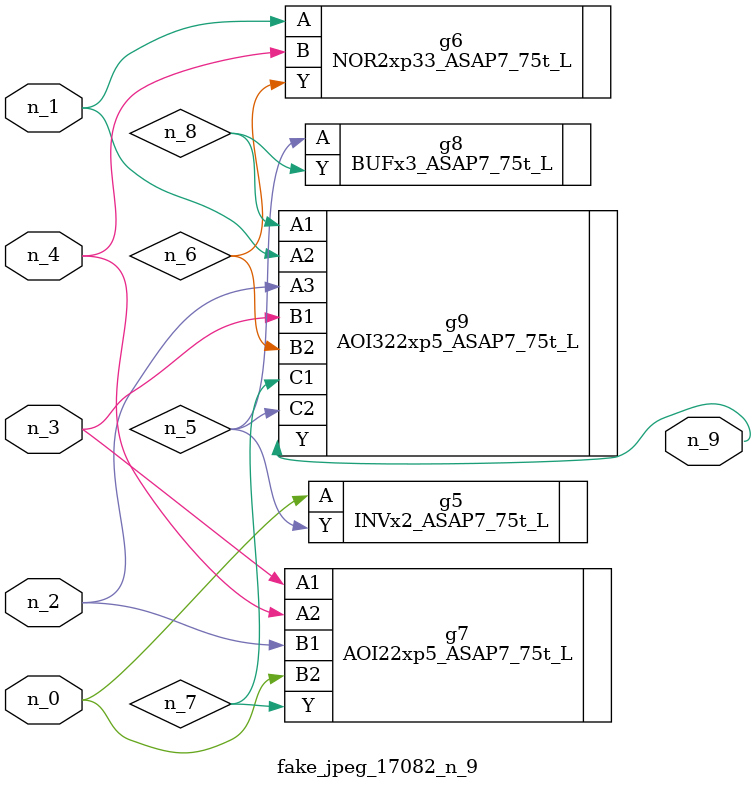
<source format=v>
module fake_jpeg_17082_n_9 (n_3, n_2, n_1, n_0, n_4, n_9);

input n_3;
input n_2;
input n_1;
input n_0;
input n_4;

output n_9;

wire n_8;
wire n_6;
wire n_5;
wire n_7;

INVx2_ASAP7_75t_L g5 ( 
.A(n_0),
.Y(n_5)
);

NOR2xp33_ASAP7_75t_L g6 ( 
.A(n_1),
.B(n_4),
.Y(n_6)
);

AOI22xp5_ASAP7_75t_L g7 ( 
.A1(n_3),
.A2(n_4),
.B1(n_2),
.B2(n_0),
.Y(n_7)
);

BUFx3_ASAP7_75t_L g8 ( 
.A(n_5),
.Y(n_8)
);

AOI322xp5_ASAP7_75t_L g9 ( 
.A1(n_8),
.A2(n_1),
.A3(n_2),
.B1(n_3),
.B2(n_6),
.C1(n_7),
.C2(n_5),
.Y(n_9)
);


endmodule
</source>
